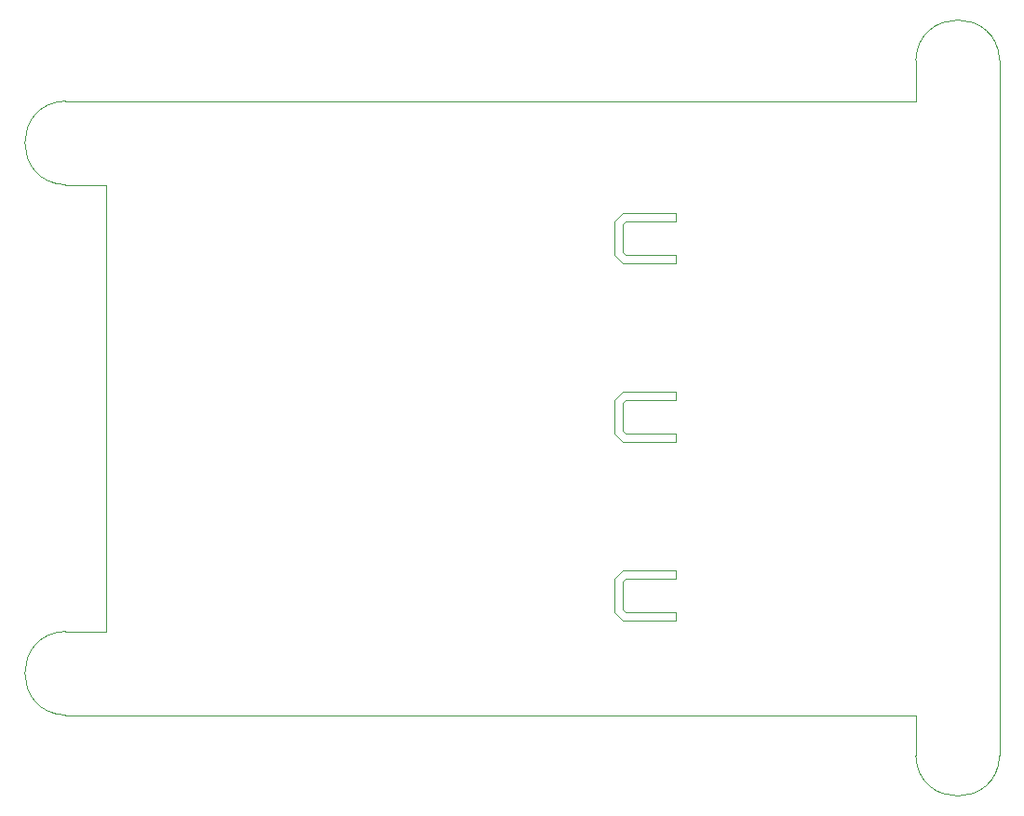
<source format=gbr>
%TF.GenerationSoftware,KiCad,Pcbnew,(6.0.10)*%
%TF.CreationDate,2023-04-17T16:04:16+07:00*%
%TF.ProjectId,PCB,5043422e-6b69-4636-9164-5f7063625858,rev?*%
%TF.SameCoordinates,Original*%
%TF.FileFunction,Profile,NP*%
%FSLAX46Y46*%
G04 Gerber Fmt 4.6, Leading zero omitted, Abs format (unit mm)*
G04 Created by KiCad (PCBNEW (6.0.10)) date 2023-04-17 16:04:16*
%MOMM*%
%LPD*%
G01*
G04 APERTURE LIST*
%TA.AperFunction,Profile*%
%ADD10C,0.100000*%
%TD*%
G04 APERTURE END LIST*
D10*
X105410000Y-108966000D02*
X105410000Y-68326000D01*
X101727000Y-108966000D02*
X105410000Y-108966000D01*
X101727000Y-108966000D02*
G75*
G03*
X101727000Y-116586000I127000J-3810000D01*
G01*
X101727000Y-68326000D02*
X105410000Y-68326000D01*
X101727000Y-60706000D02*
G75*
G03*
X101727000Y-68326000I127000J-3810000D01*
G01*
X157226000Y-74676000D02*
X154940000Y-74676000D01*
X186690000Y-57023000D02*
X186690000Y-60706000D01*
X105410000Y-116586000D02*
X179070000Y-116586000D01*
X151638000Y-74676000D02*
X151638000Y-71628000D01*
X152654000Y-74676000D02*
X154940000Y-74676000D01*
X152654000Y-90932000D02*
X154940000Y-90932000D01*
X152400000Y-106934000D02*
X152654000Y-107188000D01*
X186690000Y-57023000D02*
G75*
G03*
X179070000Y-57023000I-3810000J-127000D01*
G01*
X157226000Y-103378000D02*
X154940000Y-103378000D01*
X152400000Y-71882000D02*
X152654000Y-71628000D01*
X179070000Y-120269000D02*
G75*
G03*
X186690000Y-120269000I3810000J127000D01*
G01*
X152654000Y-107188000D02*
X154940000Y-107188000D01*
X157226000Y-104140000D02*
X157226000Y-103378000D01*
X157226000Y-91694000D02*
X157226000Y-90932000D01*
X157226000Y-75438000D02*
X157226000Y-74676000D01*
X154940000Y-91694000D02*
X157226000Y-91694000D01*
X152654000Y-87884000D02*
X154940000Y-87884000D01*
X152400000Y-88138000D02*
X152400000Y-90678000D01*
X152400000Y-107950000D02*
X151638000Y-107188000D01*
X154940000Y-107950000D02*
X157226000Y-107950000D01*
X152400000Y-104394000D02*
X152400000Y-106934000D01*
X157226000Y-71628000D02*
X157226000Y-70866000D01*
X101727000Y-116586000D02*
X105410000Y-116586000D01*
X152400000Y-74422000D02*
X152654000Y-74676000D01*
X186690000Y-120269000D02*
X186690000Y-116586000D01*
X154940000Y-71628000D02*
X157226000Y-71628000D01*
X154940000Y-107950000D02*
X152400000Y-107950000D01*
X157226000Y-87884000D02*
X157226000Y-87122000D01*
X179070000Y-120269000D02*
X179070000Y-116586000D01*
X157226000Y-87122000D02*
X154940000Y-87122000D01*
X101727000Y-60706000D02*
X105410000Y-60706000D01*
X151638000Y-107188000D02*
X151638000Y-104140000D01*
X154940000Y-91694000D02*
X152400000Y-91694000D01*
X154940000Y-103378000D02*
X152400000Y-103378000D01*
X152400000Y-70866000D02*
X151638000Y-71628000D01*
X154940000Y-75438000D02*
X152400000Y-75438000D01*
X152654000Y-71628000D02*
X154940000Y-71628000D01*
X157226000Y-70866000D02*
X154940000Y-70866000D01*
X152654000Y-104140000D02*
X154940000Y-104140000D01*
X152400000Y-104394000D02*
X152654000Y-104140000D01*
X157226000Y-107950000D02*
X157226000Y-107188000D01*
X106426000Y-60706000D02*
X179070000Y-60706000D01*
X152400000Y-87122000D02*
X151638000Y-87884000D01*
X152400000Y-91694000D02*
X151638000Y-90932000D01*
X157226000Y-90932000D02*
X154940000Y-90932000D01*
X154940000Y-87122000D02*
X152400000Y-87122000D01*
X179070000Y-57023000D02*
X179070000Y-60706000D01*
X152400000Y-103378000D02*
X151638000Y-104140000D01*
X152400000Y-90678000D02*
X152654000Y-90932000D01*
X154940000Y-87884000D02*
X157226000Y-87884000D01*
X157226000Y-107188000D02*
X154940000Y-107188000D01*
X151638000Y-90932000D02*
X151638000Y-87884000D01*
X105410000Y-60706000D02*
X106426000Y-60706000D01*
X152400000Y-88138000D02*
X152654000Y-87884000D01*
X152400000Y-71882000D02*
X152400000Y-74422000D01*
X152400000Y-75438000D02*
X151638000Y-74676000D01*
X154940000Y-75438000D02*
X157226000Y-75438000D01*
X186690000Y-60706000D02*
X186690000Y-116586000D01*
X154940000Y-70866000D02*
X152400000Y-70866000D01*
X154940000Y-104140000D02*
X157226000Y-104140000D01*
M02*

</source>
